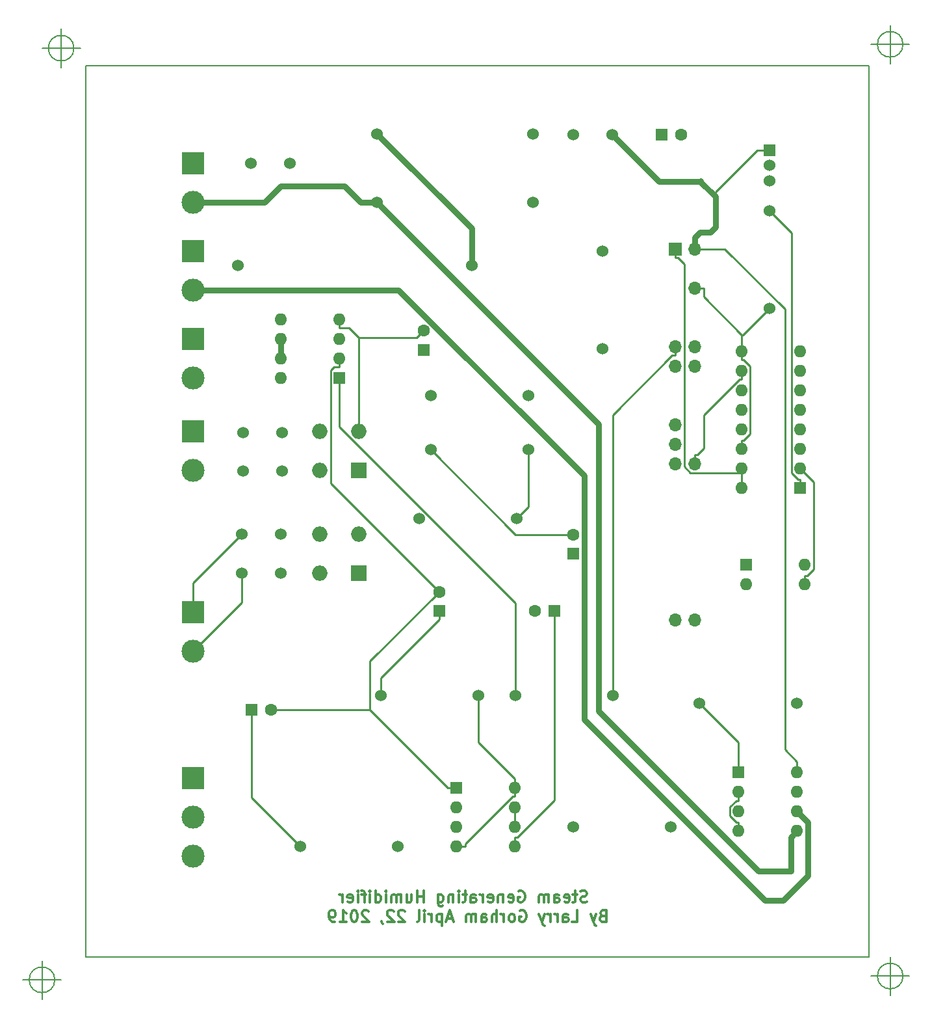
<source format=gbr>
%TF.GenerationSoftware,KiCad,Pcbnew,(5.1.0)-1*%
%TF.CreationDate,2019-04-24T14:24:48-04:00*%
%TF.ProjectId,SGschematic,53477363-6865-46d6-9174-69632e6b6963,rev?*%
%TF.SameCoordinates,Original*%
%TF.FileFunction,Copper,L1,Top*%
%TF.FilePolarity,Positive*%
%FSLAX46Y46*%
G04 Gerber Fmt 4.6, Leading zero omitted, Abs format (unit mm)*
G04 Created by KiCad (PCBNEW (5.1.0)-1) date 2019-04-24 14:24:48*
%MOMM*%
%LPD*%
G04 APERTURE LIST*
%ADD10C,0.150000*%
%ADD11C,0.300000*%
%ADD12R,1.700000X1.700000*%
%ADD13O,1.700000X1.700000*%
%ADD14O,1.600000X1.600000*%
%ADD15R,1.600000X1.600000*%
%ADD16C,1.524000*%
%ADD17R,1.524000X1.524000*%
%ADD18C,1.600000*%
%ADD19R,2.000000X2.000000*%
%ADD20O,2.000000X2.000000*%
%ADD21C,3.000000*%
%ADD22R,3.000000X3.000000*%
%ADD23C,0.250000*%
%ADD24C,0.800000*%
%ADD25C,0.750000*%
G04 APERTURE END LIST*
D10*
X44076666Y-165160000D02*
G75*
G03X44076666Y-165160000I-1666666J0D01*
G01*
X39910000Y-165160000D02*
X44910000Y-165160000D01*
X42410000Y-162660000D02*
X42410000Y-167660000D01*
X46576666Y-43910000D02*
G75*
G03X46576666Y-43910000I-1666666J0D01*
G01*
X42410000Y-43910000D02*
X47410000Y-43910000D01*
X44910000Y-41410000D02*
X44910000Y-46410000D01*
X154576666Y-43410000D02*
G75*
G03X154576666Y-43410000I-1666666J0D01*
G01*
X150410000Y-43410000D02*
X155410000Y-43410000D01*
X152910000Y-40910000D02*
X152910000Y-45910000D01*
X154576666Y-164660000D02*
G75*
G03X154576666Y-164660000I-1666666J0D01*
G01*
X150410000Y-164660000D02*
X155410000Y-164660000D01*
X152910000Y-162160000D02*
X152910000Y-167160000D01*
D11*
X113409999Y-154992142D02*
X113195714Y-155063571D01*
X112838571Y-155063571D01*
X112695714Y-154992142D01*
X112624285Y-154920714D01*
X112552857Y-154777857D01*
X112552857Y-154635000D01*
X112624285Y-154492142D01*
X112695714Y-154420714D01*
X112838571Y-154349285D01*
X113124285Y-154277857D01*
X113267142Y-154206428D01*
X113338571Y-154135000D01*
X113409999Y-153992142D01*
X113409999Y-153849285D01*
X113338571Y-153706428D01*
X113267142Y-153635000D01*
X113124285Y-153563571D01*
X112767142Y-153563571D01*
X112552857Y-153635000D01*
X112124285Y-154063571D02*
X111552857Y-154063571D01*
X111909999Y-153563571D02*
X111909999Y-154849285D01*
X111838571Y-154992142D01*
X111695714Y-155063571D01*
X111552857Y-155063571D01*
X110481428Y-154992142D02*
X110624285Y-155063571D01*
X110909999Y-155063571D01*
X111052857Y-154992142D01*
X111124285Y-154849285D01*
X111124285Y-154277857D01*
X111052857Y-154135000D01*
X110909999Y-154063571D01*
X110624285Y-154063571D01*
X110481428Y-154135000D01*
X110409999Y-154277857D01*
X110409999Y-154420714D01*
X111124285Y-154563571D01*
X109124285Y-155063571D02*
X109124285Y-154277857D01*
X109195714Y-154135000D01*
X109338571Y-154063571D01*
X109624285Y-154063571D01*
X109767142Y-154135000D01*
X109124285Y-154992142D02*
X109267142Y-155063571D01*
X109624285Y-155063571D01*
X109767142Y-154992142D01*
X109838571Y-154849285D01*
X109838571Y-154706428D01*
X109767142Y-154563571D01*
X109624285Y-154492142D01*
X109267142Y-154492142D01*
X109124285Y-154420714D01*
X108409999Y-155063571D02*
X108409999Y-154063571D01*
X108409999Y-154206428D02*
X108338571Y-154135000D01*
X108195714Y-154063571D01*
X107981428Y-154063571D01*
X107838571Y-154135000D01*
X107767142Y-154277857D01*
X107767142Y-155063571D01*
X107767142Y-154277857D02*
X107695714Y-154135000D01*
X107552857Y-154063571D01*
X107338571Y-154063571D01*
X107195714Y-154135000D01*
X107124285Y-154277857D01*
X107124285Y-155063571D01*
X104481428Y-153635000D02*
X104624285Y-153563571D01*
X104838571Y-153563571D01*
X105052857Y-153635000D01*
X105195714Y-153777857D01*
X105267142Y-153920714D01*
X105338571Y-154206428D01*
X105338571Y-154420714D01*
X105267142Y-154706428D01*
X105195714Y-154849285D01*
X105052857Y-154992142D01*
X104838571Y-155063571D01*
X104695714Y-155063571D01*
X104481428Y-154992142D01*
X104409999Y-154920714D01*
X104409999Y-154420714D01*
X104695714Y-154420714D01*
X103195714Y-154992142D02*
X103338571Y-155063571D01*
X103624285Y-155063571D01*
X103767142Y-154992142D01*
X103838571Y-154849285D01*
X103838571Y-154277857D01*
X103767142Y-154135000D01*
X103624285Y-154063571D01*
X103338571Y-154063571D01*
X103195714Y-154135000D01*
X103124285Y-154277857D01*
X103124285Y-154420714D01*
X103838571Y-154563571D01*
X102481428Y-154063571D02*
X102481428Y-155063571D01*
X102481428Y-154206428D02*
X102409999Y-154135000D01*
X102267142Y-154063571D01*
X102052857Y-154063571D01*
X101909999Y-154135000D01*
X101838571Y-154277857D01*
X101838571Y-155063571D01*
X100552857Y-154992142D02*
X100695714Y-155063571D01*
X100981428Y-155063571D01*
X101124285Y-154992142D01*
X101195714Y-154849285D01*
X101195714Y-154277857D01*
X101124285Y-154135000D01*
X100981428Y-154063571D01*
X100695714Y-154063571D01*
X100552857Y-154135000D01*
X100481428Y-154277857D01*
X100481428Y-154420714D01*
X101195714Y-154563571D01*
X99838571Y-155063571D02*
X99838571Y-154063571D01*
X99838571Y-154349285D02*
X99767142Y-154206428D01*
X99695714Y-154135000D01*
X99552857Y-154063571D01*
X99409999Y-154063571D01*
X98267142Y-155063571D02*
X98267142Y-154277857D01*
X98338571Y-154135000D01*
X98481428Y-154063571D01*
X98767142Y-154063571D01*
X98909999Y-154135000D01*
X98267142Y-154992142D02*
X98409999Y-155063571D01*
X98767142Y-155063571D01*
X98909999Y-154992142D01*
X98981428Y-154849285D01*
X98981428Y-154706428D01*
X98909999Y-154563571D01*
X98767142Y-154492142D01*
X98409999Y-154492142D01*
X98267142Y-154420714D01*
X97767142Y-154063571D02*
X97195714Y-154063571D01*
X97552857Y-153563571D02*
X97552857Y-154849285D01*
X97481428Y-154992142D01*
X97338571Y-155063571D01*
X97195714Y-155063571D01*
X96695714Y-155063571D02*
X96695714Y-154063571D01*
X96695714Y-153563571D02*
X96767142Y-153635000D01*
X96695714Y-153706428D01*
X96624285Y-153635000D01*
X96695714Y-153563571D01*
X96695714Y-153706428D01*
X95981428Y-154063571D02*
X95981428Y-155063571D01*
X95981428Y-154206428D02*
X95909999Y-154135000D01*
X95767142Y-154063571D01*
X95552857Y-154063571D01*
X95409999Y-154135000D01*
X95338571Y-154277857D01*
X95338571Y-155063571D01*
X93981428Y-154063571D02*
X93981428Y-155277857D01*
X94052857Y-155420714D01*
X94124285Y-155492142D01*
X94267142Y-155563571D01*
X94481428Y-155563571D01*
X94624285Y-155492142D01*
X93981428Y-154992142D02*
X94124285Y-155063571D01*
X94409999Y-155063571D01*
X94552857Y-154992142D01*
X94624285Y-154920714D01*
X94695714Y-154777857D01*
X94695714Y-154349285D01*
X94624285Y-154206428D01*
X94552857Y-154135000D01*
X94409999Y-154063571D01*
X94124285Y-154063571D01*
X93981428Y-154135000D01*
X92124285Y-155063571D02*
X92124285Y-153563571D01*
X92124285Y-154277857D02*
X91267142Y-154277857D01*
X91267142Y-155063571D02*
X91267142Y-153563571D01*
X89909999Y-154063571D02*
X89909999Y-155063571D01*
X90552857Y-154063571D02*
X90552857Y-154849285D01*
X90481428Y-154992142D01*
X90338571Y-155063571D01*
X90124285Y-155063571D01*
X89981428Y-154992142D01*
X89909999Y-154920714D01*
X89195714Y-155063571D02*
X89195714Y-154063571D01*
X89195714Y-154206428D02*
X89124285Y-154135000D01*
X88981428Y-154063571D01*
X88767142Y-154063571D01*
X88624285Y-154135000D01*
X88552857Y-154277857D01*
X88552857Y-155063571D01*
X88552857Y-154277857D02*
X88481428Y-154135000D01*
X88338571Y-154063571D01*
X88124285Y-154063571D01*
X87981428Y-154135000D01*
X87909999Y-154277857D01*
X87909999Y-155063571D01*
X87195714Y-155063571D02*
X87195714Y-154063571D01*
X87195714Y-153563571D02*
X87267142Y-153635000D01*
X87195714Y-153706428D01*
X87124285Y-153635000D01*
X87195714Y-153563571D01*
X87195714Y-153706428D01*
X85838571Y-155063571D02*
X85838571Y-153563571D01*
X85838571Y-154992142D02*
X85981428Y-155063571D01*
X86267142Y-155063571D01*
X86409999Y-154992142D01*
X86481428Y-154920714D01*
X86552857Y-154777857D01*
X86552857Y-154349285D01*
X86481428Y-154206428D01*
X86409999Y-154135000D01*
X86267142Y-154063571D01*
X85981428Y-154063571D01*
X85838571Y-154135000D01*
X85124285Y-155063571D02*
X85124285Y-154063571D01*
X85124285Y-153563571D02*
X85195714Y-153635000D01*
X85124285Y-153706428D01*
X85052857Y-153635000D01*
X85124285Y-153563571D01*
X85124285Y-153706428D01*
X84624285Y-154063571D02*
X84052857Y-154063571D01*
X84409999Y-155063571D02*
X84409999Y-153777857D01*
X84338571Y-153635000D01*
X84195714Y-153563571D01*
X84052857Y-153563571D01*
X83552857Y-155063571D02*
X83552857Y-154063571D01*
X83552857Y-153563571D02*
X83624285Y-153635000D01*
X83552857Y-153706428D01*
X83481428Y-153635000D01*
X83552857Y-153563571D01*
X83552857Y-153706428D01*
X82267142Y-154992142D02*
X82409999Y-155063571D01*
X82695714Y-155063571D01*
X82838571Y-154992142D01*
X82909999Y-154849285D01*
X82909999Y-154277857D01*
X82838571Y-154135000D01*
X82695714Y-154063571D01*
X82409999Y-154063571D01*
X82267142Y-154135000D01*
X82195714Y-154277857D01*
X82195714Y-154420714D01*
X82909999Y-154563571D01*
X81552857Y-155063571D02*
X81552857Y-154063571D01*
X81552857Y-154349285D02*
X81481428Y-154206428D01*
X81409999Y-154135000D01*
X81267142Y-154063571D01*
X81124285Y-154063571D01*
X115445714Y-156827857D02*
X115231428Y-156899285D01*
X115160000Y-156970714D01*
X115088571Y-157113571D01*
X115088571Y-157327857D01*
X115160000Y-157470714D01*
X115231428Y-157542142D01*
X115374285Y-157613571D01*
X115945714Y-157613571D01*
X115945714Y-156113571D01*
X115445714Y-156113571D01*
X115302857Y-156185000D01*
X115231428Y-156256428D01*
X115160000Y-156399285D01*
X115160000Y-156542142D01*
X115231428Y-156685000D01*
X115302857Y-156756428D01*
X115445714Y-156827857D01*
X115945714Y-156827857D01*
X114588571Y-156613571D02*
X114231428Y-157613571D01*
X113874285Y-156613571D02*
X114231428Y-157613571D01*
X114374285Y-157970714D01*
X114445714Y-158042142D01*
X114588571Y-158113571D01*
X111445714Y-157613571D02*
X112160000Y-157613571D01*
X112160000Y-156113571D01*
X110302857Y-157613571D02*
X110302857Y-156827857D01*
X110374285Y-156685000D01*
X110517142Y-156613571D01*
X110802857Y-156613571D01*
X110945714Y-156685000D01*
X110302857Y-157542142D02*
X110445714Y-157613571D01*
X110802857Y-157613571D01*
X110945714Y-157542142D01*
X111017142Y-157399285D01*
X111017142Y-157256428D01*
X110945714Y-157113571D01*
X110802857Y-157042142D01*
X110445714Y-157042142D01*
X110302857Y-156970714D01*
X109588571Y-157613571D02*
X109588571Y-156613571D01*
X109588571Y-156899285D02*
X109517142Y-156756428D01*
X109445714Y-156685000D01*
X109302857Y-156613571D01*
X109160000Y-156613571D01*
X108660000Y-157613571D02*
X108660000Y-156613571D01*
X108660000Y-156899285D02*
X108588571Y-156756428D01*
X108517142Y-156685000D01*
X108374285Y-156613571D01*
X108231428Y-156613571D01*
X107874285Y-156613571D02*
X107517142Y-157613571D01*
X107160000Y-156613571D02*
X107517142Y-157613571D01*
X107660000Y-157970714D01*
X107731428Y-158042142D01*
X107874285Y-158113571D01*
X104660000Y-156185000D02*
X104802857Y-156113571D01*
X105017142Y-156113571D01*
X105231428Y-156185000D01*
X105374285Y-156327857D01*
X105445714Y-156470714D01*
X105517142Y-156756428D01*
X105517142Y-156970714D01*
X105445714Y-157256428D01*
X105374285Y-157399285D01*
X105231428Y-157542142D01*
X105017142Y-157613571D01*
X104874285Y-157613571D01*
X104660000Y-157542142D01*
X104588571Y-157470714D01*
X104588571Y-156970714D01*
X104874285Y-156970714D01*
X103731428Y-157613571D02*
X103874285Y-157542142D01*
X103945714Y-157470714D01*
X104017142Y-157327857D01*
X104017142Y-156899285D01*
X103945714Y-156756428D01*
X103874285Y-156685000D01*
X103731428Y-156613571D01*
X103517142Y-156613571D01*
X103374285Y-156685000D01*
X103302857Y-156756428D01*
X103231428Y-156899285D01*
X103231428Y-157327857D01*
X103302857Y-157470714D01*
X103374285Y-157542142D01*
X103517142Y-157613571D01*
X103731428Y-157613571D01*
X102588571Y-157613571D02*
X102588571Y-156613571D01*
X102588571Y-156899285D02*
X102517142Y-156756428D01*
X102445714Y-156685000D01*
X102302857Y-156613571D01*
X102160000Y-156613571D01*
X101660000Y-157613571D02*
X101660000Y-156113571D01*
X101017142Y-157613571D02*
X101017142Y-156827857D01*
X101088571Y-156685000D01*
X101231428Y-156613571D01*
X101445714Y-156613571D01*
X101588571Y-156685000D01*
X101660000Y-156756428D01*
X99660000Y-157613571D02*
X99660000Y-156827857D01*
X99731428Y-156685000D01*
X99874285Y-156613571D01*
X100160000Y-156613571D01*
X100302857Y-156685000D01*
X99660000Y-157542142D02*
X99802857Y-157613571D01*
X100160000Y-157613571D01*
X100302857Y-157542142D01*
X100374285Y-157399285D01*
X100374285Y-157256428D01*
X100302857Y-157113571D01*
X100160000Y-157042142D01*
X99802857Y-157042142D01*
X99660000Y-156970714D01*
X98945714Y-157613571D02*
X98945714Y-156613571D01*
X98945714Y-156756428D02*
X98874285Y-156685000D01*
X98731428Y-156613571D01*
X98517142Y-156613571D01*
X98374285Y-156685000D01*
X98302857Y-156827857D01*
X98302857Y-157613571D01*
X98302857Y-156827857D02*
X98231428Y-156685000D01*
X98088571Y-156613571D01*
X97874285Y-156613571D01*
X97731428Y-156685000D01*
X97660000Y-156827857D01*
X97660000Y-157613571D01*
X95874285Y-157185000D02*
X95160000Y-157185000D01*
X96017142Y-157613571D02*
X95517142Y-156113571D01*
X95017142Y-157613571D01*
X94517142Y-156613571D02*
X94517142Y-158113571D01*
X94517142Y-156685000D02*
X94374285Y-156613571D01*
X94088571Y-156613571D01*
X93945714Y-156685000D01*
X93874285Y-156756428D01*
X93802857Y-156899285D01*
X93802857Y-157327857D01*
X93874285Y-157470714D01*
X93945714Y-157542142D01*
X94088571Y-157613571D01*
X94374285Y-157613571D01*
X94517142Y-157542142D01*
X93160000Y-157613571D02*
X93160000Y-156613571D01*
X93160000Y-156899285D02*
X93088571Y-156756428D01*
X93017142Y-156685000D01*
X92874285Y-156613571D01*
X92731428Y-156613571D01*
X92231428Y-157613571D02*
X92231428Y-156613571D01*
X92231428Y-156113571D02*
X92302857Y-156185000D01*
X92231428Y-156256428D01*
X92160000Y-156185000D01*
X92231428Y-156113571D01*
X92231428Y-156256428D01*
X91302857Y-157613571D02*
X91445714Y-157542142D01*
X91517142Y-157399285D01*
X91517142Y-156113571D01*
X89660000Y-156256428D02*
X89588571Y-156185000D01*
X89445714Y-156113571D01*
X89088571Y-156113571D01*
X88945714Y-156185000D01*
X88874285Y-156256428D01*
X88802857Y-156399285D01*
X88802857Y-156542142D01*
X88874285Y-156756428D01*
X89731428Y-157613571D01*
X88802857Y-157613571D01*
X88231428Y-156256428D02*
X88160000Y-156185000D01*
X88017142Y-156113571D01*
X87660000Y-156113571D01*
X87517142Y-156185000D01*
X87445714Y-156256428D01*
X87374285Y-156399285D01*
X87374285Y-156542142D01*
X87445714Y-156756428D01*
X88302857Y-157613571D01*
X87374285Y-157613571D01*
X86660000Y-157542142D02*
X86660000Y-157613571D01*
X86731428Y-157756428D01*
X86802857Y-157827857D01*
X84945714Y-156256428D02*
X84874285Y-156185000D01*
X84731428Y-156113571D01*
X84374285Y-156113571D01*
X84231428Y-156185000D01*
X84160000Y-156256428D01*
X84088571Y-156399285D01*
X84088571Y-156542142D01*
X84160000Y-156756428D01*
X85017142Y-157613571D01*
X84088571Y-157613571D01*
X83160000Y-156113571D02*
X83017142Y-156113571D01*
X82874285Y-156185000D01*
X82802857Y-156256428D01*
X82731428Y-156399285D01*
X82660000Y-156685000D01*
X82660000Y-157042142D01*
X82731428Y-157327857D01*
X82802857Y-157470714D01*
X82874285Y-157542142D01*
X83017142Y-157613571D01*
X83160000Y-157613571D01*
X83302857Y-157542142D01*
X83374285Y-157470714D01*
X83445714Y-157327857D01*
X83517142Y-157042142D01*
X83517142Y-156685000D01*
X83445714Y-156399285D01*
X83374285Y-156256428D01*
X83302857Y-156185000D01*
X83160000Y-156113571D01*
X81231428Y-157613571D02*
X82088571Y-157613571D01*
X81660000Y-157613571D02*
X81660000Y-156113571D01*
X81802857Y-156327857D01*
X81945714Y-156470714D01*
X82088571Y-156542142D01*
X80517142Y-157613571D02*
X80231428Y-157613571D01*
X80088571Y-157542142D01*
X80017142Y-157470714D01*
X79874285Y-157256428D01*
X79802857Y-156970714D01*
X79802857Y-156399285D01*
X79874285Y-156256428D01*
X79945714Y-156185000D01*
X80088571Y-156113571D01*
X80374285Y-156113571D01*
X80517142Y-156185000D01*
X80588571Y-156256428D01*
X80660000Y-156399285D01*
X80660000Y-156756428D01*
X80588571Y-156899285D01*
X80517142Y-156970714D01*
X80374285Y-157042142D01*
X80088571Y-157042142D01*
X79945714Y-156970714D01*
X79874285Y-156899285D01*
X79802857Y-156756428D01*
D10*
X48160000Y-162160000D02*
X48160000Y-46160000D01*
X150160000Y-162160000D02*
X48160000Y-162160000D01*
X150160000Y-46160000D02*
X150160000Y-162160000D01*
X48160000Y-46160000D02*
X150160000Y-46160000D01*
D12*
X124890000Y-70030000D03*
D13*
X127430000Y-70030000D03*
X127430000Y-75110000D03*
X124890000Y-82730000D03*
X127430000Y-82730000D03*
X124890000Y-85270000D03*
X127430000Y-85270000D03*
X124890000Y-92890000D03*
X124890000Y-95430000D03*
X124890000Y-97970000D03*
X127430000Y-97970000D03*
X124890000Y-118290000D03*
X127430000Y-118290000D03*
D14*
X141780000Y-111160000D03*
X141780000Y-113700000D03*
X134160000Y-113700000D03*
D15*
X134160000Y-111160000D03*
D16*
X137160000Y-59160000D03*
D17*
X137160000Y-57160000D03*
D16*
X137160000Y-61160000D03*
X106400000Y-55050000D03*
X106400000Y-63940000D03*
X86080000Y-55050000D03*
X86080000Y-63940000D03*
X68620000Y-98910000D03*
X73700000Y-98910000D03*
D18*
X92160000Y-80660000D03*
D15*
X92160000Y-83160000D03*
D14*
X73560000Y-86800000D03*
X81180000Y-79180000D03*
X73560000Y-84260000D03*
X81180000Y-81720000D03*
X73560000Y-81720000D03*
X81180000Y-84260000D03*
X73560000Y-79180000D03*
D15*
X81180000Y-86800000D03*
D14*
X140780000Y-138160000D03*
X133160000Y-145780000D03*
X140780000Y-140700000D03*
X133160000Y-143240000D03*
X140780000Y-143240000D03*
X133160000Y-140700000D03*
X140780000Y-145780000D03*
D15*
X133160000Y-138160000D03*
D18*
X94160000Y-114660000D03*
D15*
X94160000Y-117160000D03*
D18*
X72250000Y-129980000D03*
D15*
X69750000Y-129980000D03*
D18*
X111660000Y-107200000D03*
D15*
X111660000Y-109700000D03*
D18*
X106660000Y-117160000D03*
D15*
X109160000Y-117160000D03*
D18*
X125660000Y-55160000D03*
D15*
X123160000Y-55160000D03*
D14*
X133540000Y-101160000D03*
X141160000Y-83380000D03*
X133540000Y-98620000D03*
X141160000Y-85920000D03*
X133540000Y-96080000D03*
X141160000Y-88460000D03*
X133540000Y-93540000D03*
X141160000Y-91000000D03*
X133540000Y-91000000D03*
X141160000Y-93540000D03*
X133540000Y-88460000D03*
X141160000Y-96080000D03*
X133540000Y-85920000D03*
X141160000Y-98620000D03*
X133540000Y-83380000D03*
D15*
X141160000Y-101160000D03*
D16*
X68480000Y-112200000D03*
X73560000Y-112200000D03*
X111620000Y-55160000D03*
X116700000Y-55160000D03*
X68620000Y-93910000D03*
X73700000Y-93910000D03*
X69620000Y-58860000D03*
X74700000Y-58860000D03*
X68480000Y-107120000D03*
X73560000Y-107120000D03*
X67920000Y-72160000D03*
X98400000Y-72160000D03*
X137160000Y-77780000D03*
X137160000Y-65080000D03*
X115470000Y-70290000D03*
X115470000Y-82990000D03*
X105780000Y-96160000D03*
X93080000Y-96160000D03*
X86540000Y-128160000D03*
X99240000Y-128160000D03*
X76100000Y-147760000D03*
X88800000Y-147760000D03*
X111660000Y-145220000D03*
X124360000Y-145220000D03*
X140780000Y-129160000D03*
X128080000Y-129160000D03*
X91540000Y-105160000D03*
X104240000Y-105160000D03*
X105780000Y-89160000D03*
X93080000Y-89160000D03*
X116780000Y-128160000D03*
X104080000Y-128160000D03*
D19*
X83720000Y-112200000D03*
D20*
X78640000Y-107120000D03*
X83720000Y-107120000D03*
X78640000Y-112200000D03*
D19*
X83720000Y-98865000D03*
D20*
X78640000Y-93785000D03*
X83720000Y-93785000D03*
X78640000Y-98865000D03*
D21*
X62130000Y-63940000D03*
D22*
X62130000Y-58860000D03*
D21*
X62130000Y-75370000D03*
D22*
X62130000Y-70290000D03*
D21*
X62130000Y-86800000D03*
D22*
X62130000Y-81720000D03*
D21*
X62130000Y-98865000D03*
D22*
X62130000Y-93785000D03*
D21*
X62130000Y-122360000D03*
D22*
X62130000Y-117280000D03*
D21*
X62130000Y-149030000D03*
X62130000Y-143950000D03*
D22*
X62130000Y-138870000D03*
D14*
X104040000Y-140140000D03*
X96420000Y-147760000D03*
X104040000Y-142680000D03*
X96420000Y-145220000D03*
X104040000Y-145220000D03*
X96420000Y-142680000D03*
X104040000Y-147760000D03*
D15*
X96420000Y-140140000D03*
D23*
X85134700Y-129980000D02*
X85134700Y-123685300D01*
X85134700Y-123685300D02*
X94160000Y-114660000D01*
X85134700Y-129980000D02*
X95294700Y-140140000D01*
X72250000Y-129980000D02*
X85134700Y-129980000D01*
X81180000Y-85385300D02*
X80476700Y-85385300D01*
X80476700Y-85385300D02*
X80044600Y-85817400D01*
X80044600Y-85817400D02*
X80044600Y-100544600D01*
X80044600Y-100544600D02*
X94160000Y-114660000D01*
X96420000Y-140140000D02*
X95294700Y-140140000D01*
X81180000Y-84260000D02*
X81180000Y-85385300D01*
X127430000Y-75110000D02*
X128605300Y-75110000D01*
X133540000Y-81220000D02*
X133540000Y-83380000D01*
X128605300Y-75110000D02*
X128605300Y-76285300D01*
X128605300Y-76285300D02*
X133540000Y-81220000D01*
X137160000Y-77780000D02*
X133720000Y-81220000D01*
X133720000Y-81220000D02*
X133540000Y-81220000D01*
X133160000Y-145780000D02*
X133160000Y-144654700D01*
X133160000Y-140700000D02*
X133160000Y-141825300D01*
X133160000Y-141825300D02*
X132878700Y-141825300D01*
X132878700Y-141825300D02*
X132034700Y-142669300D01*
X132034700Y-142669300D02*
X132034700Y-143810800D01*
X132034700Y-143810800D02*
X132878600Y-144654700D01*
X132878600Y-144654700D02*
X133160000Y-144654700D01*
X133540000Y-83380000D02*
X133540000Y-84505300D01*
X133540000Y-96080000D02*
X133540000Y-94954700D01*
X133540000Y-94954700D02*
X133821300Y-94954700D01*
X133821300Y-94954700D02*
X134665300Y-94110700D01*
X134665300Y-94110700D02*
X134665300Y-85349200D01*
X134665300Y-85349200D02*
X133821400Y-84505300D01*
X133821400Y-84505300D02*
X133540000Y-84505300D01*
X127430000Y-70030000D02*
X128880300Y-70030000D01*
X140780000Y-138160000D02*
X140780000Y-136759700D01*
X140780000Y-136759700D02*
X139241400Y-135221100D01*
X139241400Y-135221100D02*
X139241400Y-77889600D01*
X139241400Y-77889600D02*
X131381900Y-70030100D01*
X131381900Y-70030100D02*
X128880300Y-70030100D01*
D24*
X116700000Y-55160000D02*
X122771700Y-61231700D01*
X122771700Y-61231700D02*
X128144300Y-61231700D01*
X128144300Y-67865400D02*
X127430000Y-68579700D01*
X127430000Y-70030000D02*
X127430000Y-68579700D01*
X128144300Y-61231700D02*
X128216000Y-61160000D01*
X128144300Y-67865400D02*
X129454600Y-67865400D01*
X129454600Y-67865400D02*
X130160000Y-67160000D01*
X130160000Y-63247400D02*
X128144300Y-61231700D01*
X130160000Y-67160000D02*
X130160000Y-63247400D01*
D23*
X130160000Y-62598000D02*
X130160000Y-63247400D01*
X135598000Y-57160000D02*
X130160000Y-62598000D01*
X137160000Y-57160000D02*
X135598000Y-57160000D01*
X104040000Y-147760000D02*
X104040000Y-146634700D01*
X104040000Y-146634700D02*
X104321300Y-146634700D01*
X104321300Y-146634700D02*
X109160000Y-141796000D01*
X109160000Y-141796000D02*
X109160000Y-117160000D01*
X76100000Y-147760000D02*
X69750000Y-141410000D01*
X69750000Y-141410000D02*
X69750000Y-129980000D01*
X104040000Y-145220000D02*
X104040000Y-142680000D01*
X94160000Y-117160000D02*
X94160000Y-118285300D01*
X86540000Y-128160000D02*
X86540000Y-125905300D01*
X86540000Y-125905300D02*
X94160000Y-118285300D01*
X104040000Y-140140000D02*
X104040000Y-139014700D01*
X99240000Y-128160000D02*
X99240000Y-134214700D01*
X99240000Y-134214700D02*
X104040000Y-139014700D01*
X104040000Y-140140000D02*
X104040000Y-141265300D01*
X96420000Y-147760000D02*
X97545300Y-147760000D01*
X97545300Y-147760000D02*
X97545300Y-147478700D01*
X97545300Y-147478700D02*
X103758700Y-141265300D01*
X103758700Y-141265300D02*
X104040000Y-141265300D01*
D24*
X88873000Y-75370000D02*
X62130000Y-75370000D01*
X142200700Y-144660700D02*
X142200700Y-151630700D01*
X140780000Y-143240000D02*
X142200700Y-144660700D01*
X142200700Y-151630700D02*
X139001400Y-154830000D01*
X139001400Y-154830000D02*
X136570000Y-154830000D01*
X136570000Y-154830000D02*
X113060300Y-131320300D01*
X113060300Y-99557300D02*
X88873000Y-75370000D01*
X113060300Y-131320300D02*
X113060300Y-99557300D01*
D23*
X128080000Y-129160000D02*
X133160000Y-134240000D01*
X133160000Y-134240000D02*
X133160000Y-138160000D01*
X104240000Y-105160000D02*
X105780000Y-103620000D01*
X105780000Y-103620000D02*
X105780000Y-96160000D01*
X111660000Y-107200000D02*
X104120000Y-107200000D01*
X104120000Y-107200000D02*
X93080000Y-96160000D01*
X141780000Y-113700000D02*
X141780000Y-112574700D01*
X141160000Y-98620000D02*
X142905300Y-100365300D01*
X142905300Y-100365300D02*
X142905300Y-111730800D01*
X142905300Y-111730800D02*
X142061400Y-112574700D01*
X142061400Y-112574700D02*
X141780000Y-112574700D01*
X133540000Y-99162500D02*
X133540000Y-101160000D01*
X133540000Y-98620000D02*
X133540000Y-99162500D01*
X133540000Y-99162500D02*
X126860100Y-99162500D01*
X126860100Y-99162500D02*
X126065300Y-98367700D01*
X126065300Y-98367700D02*
X126065300Y-72013200D01*
X126065300Y-72013200D02*
X125257400Y-71205300D01*
X125257400Y-71205300D02*
X124890000Y-71205300D01*
X124890000Y-70030000D02*
X124890000Y-71205300D01*
X83720000Y-81592000D02*
X91228000Y-81592000D01*
X91228000Y-81592000D02*
X92160000Y-80660000D01*
X81180000Y-80305300D02*
X82433300Y-80305300D01*
X82433300Y-80305300D02*
X83720000Y-81592000D01*
X83720000Y-93785000D02*
X83720000Y-81592000D01*
X81180000Y-79180000D02*
X81180000Y-80305300D01*
D25*
X73560000Y-81720000D02*
X73560000Y-84260000D01*
D23*
X104080000Y-128160000D02*
X104080000Y-116109700D01*
X104080000Y-116109700D02*
X81180000Y-93209700D01*
X81180000Y-93209700D02*
X81180000Y-86800000D01*
X141160000Y-101160000D02*
X141160000Y-100034700D01*
X137160000Y-65080000D02*
X140034700Y-67954700D01*
X140034700Y-67954700D02*
X140034700Y-99190800D01*
X140034700Y-99190800D02*
X140878600Y-100034700D01*
X140878600Y-100034700D02*
X141160000Y-100034700D01*
X62130000Y-117280000D02*
X62130000Y-113470000D01*
X62130000Y-113470000D02*
X68480000Y-107120000D01*
X62130000Y-122360000D02*
X68480000Y-116010000D01*
X68480000Y-116010000D02*
X68480000Y-112200000D01*
D24*
X86080000Y-55050000D02*
X98400000Y-67370000D01*
X98400000Y-67370000D02*
X98400000Y-72160000D01*
D23*
X124890000Y-82730000D02*
X124890000Y-83905300D01*
X124890000Y-83905300D02*
X124522700Y-83905300D01*
X124522700Y-83905300D02*
X116780000Y-91648000D01*
X116780000Y-91648000D02*
X116780000Y-128160000D01*
X127430000Y-97970000D02*
X127430000Y-96794700D01*
X133540000Y-85920000D02*
X133540000Y-87045300D01*
X133540000Y-87045300D02*
X133258600Y-87045300D01*
X133258600Y-87045300D02*
X128605300Y-91698600D01*
X128605300Y-91698600D02*
X128605300Y-95986800D01*
X128605300Y-95986800D02*
X127797400Y-96794700D01*
X127797400Y-96794700D02*
X127430000Y-96794700D01*
D25*
X86080000Y-63940000D02*
X114956900Y-92816900D01*
D24*
X62130000Y-63940000D02*
X71380000Y-63940000D01*
X73485010Y-61834990D02*
X81834990Y-61834990D01*
X71380000Y-63940000D02*
X73485010Y-61834990D01*
X83940000Y-63940000D02*
X86080000Y-63940000D01*
X81834990Y-61834990D02*
X83940000Y-63940000D01*
X139980001Y-146579999D02*
X139980001Y-151039999D01*
X140780000Y-145780000D02*
X139980001Y-146579999D01*
X139980001Y-151039999D02*
X136005309Y-151039999D01*
D23*
X114930000Y-126953800D02*
X114956900Y-126926900D01*
D25*
X114956900Y-92816900D02*
X114956900Y-126926900D01*
X114956900Y-126926900D02*
X114956900Y-127890800D01*
D23*
X135789999Y-151039999D02*
X136005309Y-151039999D01*
D24*
X114956900Y-127890800D02*
X114956900Y-130206900D01*
X114956900Y-130206900D02*
X135789999Y-151039999D01*
M02*

</source>
